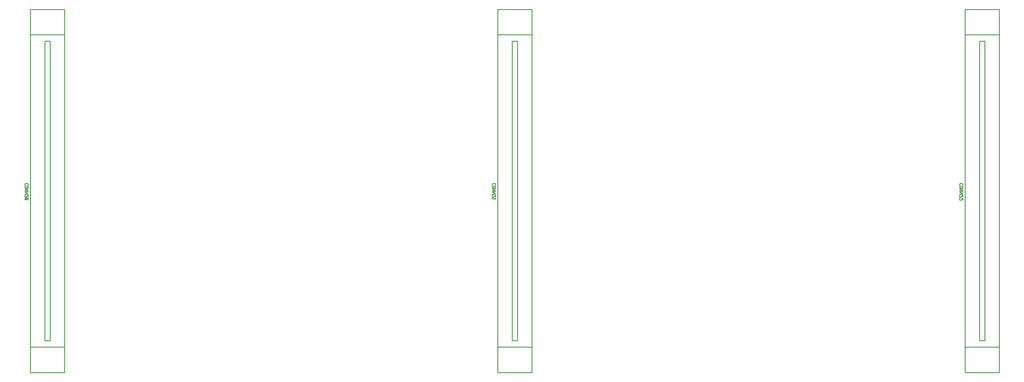
<source format=gbr>
G04 start of page 8 for group -4078 idx -4078 *
G04 Title: (unknown), bottomsilk *
G04 Creator: pcb 20110918 *
G04 CreationDate: Fri Feb 28 16:16:28 2014 UTC *
G04 For: fosse *
G04 Format: Gerber/RS-274X *
G04 PCB-Dimensions: 1900000 500000 *
G04 PCB-Coordinate-Origin: lower left *
%MOIN*%
%FSLAX25Y25*%
%LNBOTTOMSILK*%
%ADD26C,0.0100*%
G54D26*X729500Y486400D02*Y50400D01*
X770500Y486400D02*Y50400D01*
X729500Y455900D02*X770500D01*
X729500Y80900D02*X770500D01*
X746850Y448200D02*Y88600D01*
X753150Y448200D02*Y88600D01*
X746850D02*X753150D01*
X746850Y448200D02*X753120D01*
X729500Y486400D02*X770500D01*
X729500Y50400D02*X770500D01*
X169500Y486400D02*Y50400D01*
X210500Y486400D02*Y50400D01*
X169500Y455900D02*X210500D01*
X169500Y80900D02*X210500D01*
X186850Y448200D02*Y88600D01*
X193150Y448200D02*Y88600D01*
X186850D02*X193150D01*
X186850Y448200D02*X193120D01*
X169500Y486400D02*X210500D01*
X169500Y50400D02*X210500D01*
X1289500Y486400D02*Y50400D01*
X1330500Y486400D02*Y50400D01*
X1289500Y455900D02*X1330500D01*
X1289500Y80900D02*X1330500D01*
X1306850Y448200D02*Y88600D01*
X1313150Y448200D02*Y88600D01*
X1306850D02*X1313150D01*
X1306850Y448200D02*X1313120D01*
X1289500Y486400D02*X1330500D01*
X1289500Y50400D02*X1330500D01*
X727000Y275400D02*Y276700D01*
X726300Y277400D02*X727000Y276700D01*
X723700Y277400D02*X726300D01*
X723700D02*X723000Y276700D01*
Y275400D02*Y276700D01*
X723500Y274200D02*X726500D01*
X723500D02*X723000Y273700D01*
Y272700D02*Y273700D01*
Y272700D02*X723500Y272200D01*
X726500D01*
X727000Y272700D02*X726500Y272200D01*
X727000Y272700D02*Y273700D01*
X726500Y274200D02*X727000Y273700D01*
X723000Y271000D02*X727000D01*
X723000D02*X727000Y268500D01*
X723000D02*X727000D01*
X723000Y267300D02*X727000D01*
X723000D02*X727000Y264800D01*
X723000D02*X727000D01*
X723500Y263600D02*X723000Y263100D01*
Y261600D02*Y263100D01*
Y261600D02*X723500Y261100D01*
X724500D01*
X727000Y263600D02*X724500Y261100D01*
X727000D02*Y263600D01*
X723800Y259900D02*X723000Y259100D01*
X727000D01*
Y258400D02*Y259900D01*
X1287000Y275400D02*Y276700D01*
X1286300Y277400D02*X1287000Y276700D01*
X1283700Y277400D02*X1286300D01*
X1283700D02*X1283000Y276700D01*
Y275400D02*Y276700D01*
X1283500Y274200D02*X1286500D01*
X1283500D02*X1283000Y273700D01*
Y272700D02*Y273700D01*
Y272700D02*X1283500Y272200D01*
X1286500D01*
X1287000Y272700D02*X1286500Y272200D01*
X1287000Y272700D02*Y273700D01*
X1286500Y274200D02*X1287000Y273700D01*
X1283000Y271000D02*X1287000D01*
X1283000D02*X1287000Y268500D01*
X1283000D02*X1287000D01*
X1283000Y267300D02*X1287000D01*
X1283000D02*X1287000Y264800D01*
X1283000D02*X1287000D01*
X1283500Y263600D02*X1283000Y263100D01*
Y261600D02*Y263100D01*
Y261600D02*X1283500Y261100D01*
X1284500D01*
X1287000Y263600D02*X1284500Y261100D01*
X1287000D02*Y263600D01*
X1283500Y259900D02*X1283000Y259400D01*
Y257900D02*Y259400D01*
Y257900D02*X1283500Y257400D01*
X1284500D01*
X1287000Y259900D02*X1284500Y257400D01*
X1287000D02*Y259900D01*
X167000Y275400D02*Y276700D01*
X166300Y277400D02*X167000Y276700D01*
X163700Y277400D02*X166300D01*
X163700D02*X163000Y276700D01*
Y275400D02*Y276700D01*
X163500Y274200D02*X166500D01*
X163500D02*X163000Y273700D01*
Y272700D02*Y273700D01*
Y272700D02*X163500Y272200D01*
X166500D01*
X167000Y272700D02*X166500Y272200D01*
X167000Y272700D02*Y273700D01*
X166500Y274200D02*X167000Y273700D01*
X163000Y271000D02*X167000D01*
X163000D02*X167000Y268500D01*
X163000D02*X167000D01*
X163000Y267300D02*X167000D01*
X163000D02*X167000Y264800D01*
X163000D02*X167000D01*
X163500Y263600D02*X163000Y263100D01*
Y261600D02*Y263100D01*
Y261600D02*X163500Y261100D01*
X164500D01*
X167000Y263600D02*X164500Y261100D01*
X167000D02*Y263600D01*
X166500Y259900D02*X167000Y259400D01*
X163500Y259900D02*X166500D01*
X163500D02*X163000Y259400D01*
Y258400D02*Y259400D01*
Y258400D02*X163500Y257900D01*
X166500D01*
X167000Y258400D02*X166500Y257900D01*
X167000Y258400D02*Y259400D01*
X166000Y259900D02*X164000Y257900D01*
M02*

</source>
